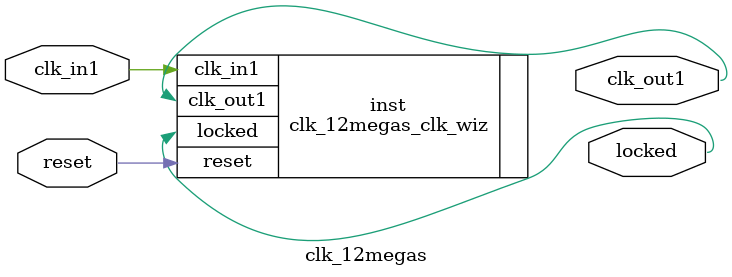
<source format=v>


`timescale 1ps/1ps

(* CORE_GENERATION_INFO = "clk_12megas,clk_wiz_v5_4_1_0,{component_name=clk_12megas,use_phase_alignment=true,use_min_o_jitter=false,use_max_i_jitter=false,use_dyn_phase_shift=false,use_inclk_switchover=false,use_dyn_reconfig=false,enable_axi=0,feedback_source=FDBK_AUTO,PRIMITIVE=MMCM,num_out_clk=1,clkin1_period=10.000,clkin2_period=10.000,use_power_down=false,use_reset=true,use_locked=true,use_inclk_stopped=false,feedback_type=SINGLE,CLOCK_MGR_TYPE=NA,manual_override=false}" *)

module clk_12megas 
 (
  // Clock out ports
  output        clk_out1,
  // Status and control signals
  input         reset,
  output        locked,
 // Clock in ports
  input         clk_in1
 );

  clk_12megas_clk_wiz inst
  (
  // Clock out ports  
  .clk_out1(clk_out1),
  // Status and control signals               
  .reset(reset), 
  .locked(locked),
 // Clock in ports
  .clk_in1(clk_in1)
  );

endmodule

</source>
